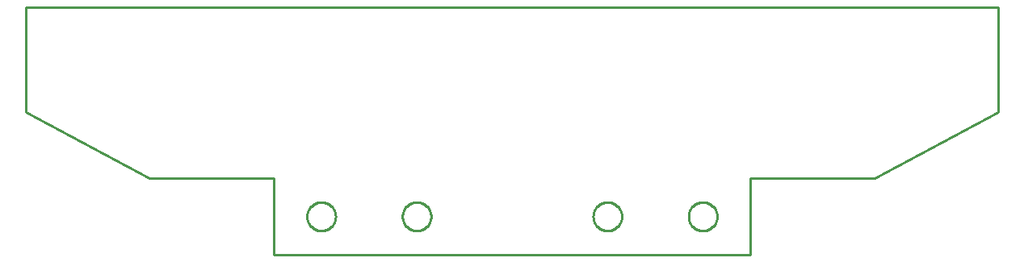
<source format=gbr>
G04 EAGLE Gerber RS-274X export*
G75*
%MOMM*%
%FSLAX34Y34*%
%LPD*%
%IN*%
%IPPOS*%
%AMOC8*
5,1,8,0,0,1.08239X$1,22.5*%
G01*
%ADD10C,0.254000*%


D10*
X-10000Y500000D02*
X120000Y430000D01*
X250000Y430000D01*
X250000Y350000D01*
X750000Y350000D01*
X750000Y430000D01*
X880000Y430000D01*
X1010000Y500000D01*
X1010000Y610000D01*
X-10000Y610000D01*
X-10000Y500000D01*
X615000Y389464D02*
X614924Y388396D01*
X614771Y387335D01*
X614543Y386288D01*
X614241Y385260D01*
X613867Y384256D01*
X613422Y383281D01*
X612908Y382341D01*
X612329Y381440D01*
X611687Y380582D01*
X610985Y379772D01*
X610228Y379015D01*
X609418Y378313D01*
X608560Y377671D01*
X607659Y377092D01*
X606719Y376578D01*
X605744Y376133D01*
X604740Y375759D01*
X603712Y375457D01*
X602665Y375229D01*
X601604Y375076D01*
X600536Y375000D01*
X599464Y375000D01*
X598396Y375076D01*
X597335Y375229D01*
X596288Y375457D01*
X595260Y375759D01*
X594256Y376133D01*
X593281Y376578D01*
X592341Y377092D01*
X591440Y377671D01*
X590582Y378313D01*
X589772Y379015D01*
X589015Y379772D01*
X588313Y380582D01*
X587671Y381440D01*
X587092Y382341D01*
X586578Y383281D01*
X586133Y384256D01*
X585759Y385260D01*
X585457Y386288D01*
X585229Y387335D01*
X585076Y388396D01*
X585000Y389464D01*
X585000Y390536D01*
X585076Y391604D01*
X585229Y392665D01*
X585457Y393712D01*
X585759Y394740D01*
X586133Y395744D01*
X586578Y396719D01*
X587092Y397659D01*
X587671Y398560D01*
X588313Y399418D01*
X589015Y400228D01*
X589772Y400985D01*
X590582Y401687D01*
X591440Y402329D01*
X592341Y402908D01*
X593281Y403422D01*
X594256Y403867D01*
X595260Y404241D01*
X596288Y404543D01*
X597335Y404771D01*
X598396Y404924D01*
X599464Y405000D01*
X600536Y405000D01*
X601604Y404924D01*
X602665Y404771D01*
X603712Y404543D01*
X604740Y404241D01*
X605744Y403867D01*
X606719Y403422D01*
X607659Y402908D01*
X608560Y402329D01*
X609418Y401687D01*
X610228Y400985D01*
X610985Y400228D01*
X611687Y399418D01*
X612329Y398560D01*
X612908Y397659D01*
X613422Y396719D01*
X613867Y395744D01*
X614241Y394740D01*
X614543Y393712D01*
X614771Y392665D01*
X614924Y391604D01*
X615000Y390536D01*
X615000Y389464D01*
X315000Y389464D02*
X314924Y388396D01*
X314771Y387335D01*
X314543Y386288D01*
X314241Y385260D01*
X313867Y384256D01*
X313422Y383281D01*
X312908Y382341D01*
X312329Y381440D01*
X311687Y380582D01*
X310985Y379772D01*
X310228Y379015D01*
X309418Y378313D01*
X308560Y377671D01*
X307659Y377092D01*
X306719Y376578D01*
X305744Y376133D01*
X304740Y375759D01*
X303712Y375457D01*
X302665Y375229D01*
X301604Y375076D01*
X300536Y375000D01*
X299464Y375000D01*
X298396Y375076D01*
X297335Y375229D01*
X296288Y375457D01*
X295260Y375759D01*
X294256Y376133D01*
X293281Y376578D01*
X292341Y377092D01*
X291440Y377671D01*
X290582Y378313D01*
X289772Y379015D01*
X289015Y379772D01*
X288313Y380582D01*
X287671Y381440D01*
X287092Y382341D01*
X286578Y383281D01*
X286133Y384256D01*
X285759Y385260D01*
X285457Y386288D01*
X285229Y387335D01*
X285076Y388396D01*
X285000Y389464D01*
X285000Y390536D01*
X285076Y391604D01*
X285229Y392665D01*
X285457Y393712D01*
X285759Y394740D01*
X286133Y395744D01*
X286578Y396719D01*
X287092Y397659D01*
X287671Y398560D01*
X288313Y399418D01*
X289015Y400228D01*
X289772Y400985D01*
X290582Y401687D01*
X291440Y402329D01*
X292341Y402908D01*
X293281Y403422D01*
X294256Y403867D01*
X295260Y404241D01*
X296288Y404543D01*
X297335Y404771D01*
X298396Y404924D01*
X299464Y405000D01*
X300536Y405000D01*
X301604Y404924D01*
X302665Y404771D01*
X303712Y404543D01*
X304740Y404241D01*
X305744Y403867D01*
X306719Y403422D01*
X307659Y402908D01*
X308560Y402329D01*
X309418Y401687D01*
X310228Y400985D01*
X310985Y400228D01*
X311687Y399418D01*
X312329Y398560D01*
X312908Y397659D01*
X313422Y396719D01*
X313867Y395744D01*
X314241Y394740D01*
X314543Y393712D01*
X314771Y392665D01*
X314924Y391604D01*
X315000Y390536D01*
X315000Y389464D01*
X715000Y389464D02*
X714924Y388396D01*
X714771Y387335D01*
X714543Y386288D01*
X714241Y385260D01*
X713867Y384256D01*
X713422Y383281D01*
X712908Y382341D01*
X712329Y381440D01*
X711687Y380582D01*
X710985Y379772D01*
X710228Y379015D01*
X709418Y378313D01*
X708560Y377671D01*
X707659Y377092D01*
X706719Y376578D01*
X705744Y376133D01*
X704740Y375759D01*
X703712Y375457D01*
X702665Y375229D01*
X701604Y375076D01*
X700536Y375000D01*
X699464Y375000D01*
X698396Y375076D01*
X697335Y375229D01*
X696288Y375457D01*
X695260Y375759D01*
X694256Y376133D01*
X693281Y376578D01*
X692341Y377092D01*
X691440Y377671D01*
X690582Y378313D01*
X689772Y379015D01*
X689015Y379772D01*
X688313Y380582D01*
X687671Y381440D01*
X687092Y382341D01*
X686578Y383281D01*
X686133Y384256D01*
X685759Y385260D01*
X685457Y386288D01*
X685229Y387335D01*
X685076Y388396D01*
X685000Y389464D01*
X685000Y390536D01*
X685076Y391604D01*
X685229Y392665D01*
X685457Y393712D01*
X685759Y394740D01*
X686133Y395744D01*
X686578Y396719D01*
X687092Y397659D01*
X687671Y398560D01*
X688313Y399418D01*
X689015Y400228D01*
X689772Y400985D01*
X690582Y401687D01*
X691440Y402329D01*
X692341Y402908D01*
X693281Y403422D01*
X694256Y403867D01*
X695260Y404241D01*
X696288Y404543D01*
X697335Y404771D01*
X698396Y404924D01*
X699464Y405000D01*
X700536Y405000D01*
X701604Y404924D01*
X702665Y404771D01*
X703712Y404543D01*
X704740Y404241D01*
X705744Y403867D01*
X706719Y403422D01*
X707659Y402908D01*
X708560Y402329D01*
X709418Y401687D01*
X710228Y400985D01*
X710985Y400228D01*
X711687Y399418D01*
X712329Y398560D01*
X712908Y397659D01*
X713422Y396719D01*
X713867Y395744D01*
X714241Y394740D01*
X714543Y393712D01*
X714771Y392665D01*
X714924Y391604D01*
X715000Y390536D01*
X715000Y389464D01*
X415000Y389464D02*
X414924Y388396D01*
X414771Y387335D01*
X414543Y386288D01*
X414241Y385260D01*
X413867Y384256D01*
X413422Y383281D01*
X412908Y382341D01*
X412329Y381440D01*
X411687Y380582D01*
X410985Y379772D01*
X410228Y379015D01*
X409418Y378313D01*
X408560Y377671D01*
X407659Y377092D01*
X406719Y376578D01*
X405744Y376133D01*
X404740Y375759D01*
X403712Y375457D01*
X402665Y375229D01*
X401604Y375076D01*
X400536Y375000D01*
X399464Y375000D01*
X398396Y375076D01*
X397335Y375229D01*
X396288Y375457D01*
X395260Y375759D01*
X394256Y376133D01*
X393281Y376578D01*
X392341Y377092D01*
X391440Y377671D01*
X390582Y378313D01*
X389772Y379015D01*
X389015Y379772D01*
X388313Y380582D01*
X387671Y381440D01*
X387092Y382341D01*
X386578Y383281D01*
X386133Y384256D01*
X385759Y385260D01*
X385457Y386288D01*
X385229Y387335D01*
X385076Y388396D01*
X385000Y389464D01*
X385000Y390536D01*
X385076Y391604D01*
X385229Y392665D01*
X385457Y393712D01*
X385759Y394740D01*
X386133Y395744D01*
X386578Y396719D01*
X387092Y397659D01*
X387671Y398560D01*
X388313Y399418D01*
X389015Y400228D01*
X389772Y400985D01*
X390582Y401687D01*
X391440Y402329D01*
X392341Y402908D01*
X393281Y403422D01*
X394256Y403867D01*
X395260Y404241D01*
X396288Y404543D01*
X397335Y404771D01*
X398396Y404924D01*
X399464Y405000D01*
X400536Y405000D01*
X401604Y404924D01*
X402665Y404771D01*
X403712Y404543D01*
X404740Y404241D01*
X405744Y403867D01*
X406719Y403422D01*
X407659Y402908D01*
X408560Y402329D01*
X409418Y401687D01*
X410228Y400985D01*
X410985Y400228D01*
X411687Y399418D01*
X412329Y398560D01*
X412908Y397659D01*
X413422Y396719D01*
X413867Y395744D01*
X414241Y394740D01*
X414543Y393712D01*
X414771Y392665D01*
X414924Y391604D01*
X415000Y390536D01*
X415000Y389464D01*
M02*

</source>
